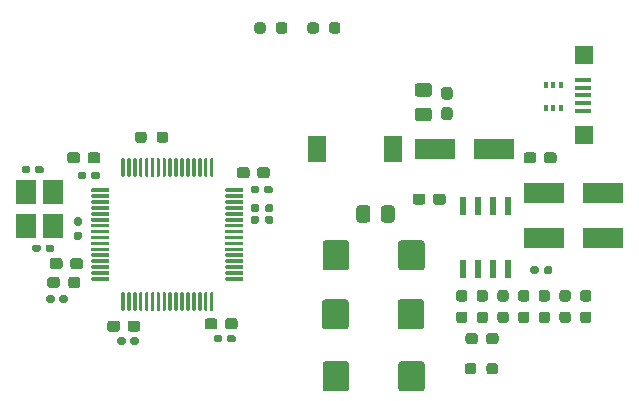
<source format=gbr>
%TF.GenerationSoftware,KiCad,Pcbnew,(5.1.7)-1*%
%TF.CreationDate,2020-11-01T11:20:17+05:30*%
%TF.ProjectId,stm 32 trial board5,73746d20-3332-4207-9472-69616c20626f,rev?*%
%TF.SameCoordinates,Original*%
%TF.FileFunction,Paste,Top*%
%TF.FilePolarity,Positive*%
%FSLAX46Y46*%
G04 Gerber Fmt 4.6, Leading zero omitted, Abs format (unit mm)*
G04 Created by KiCad (PCBNEW (5.1.7)-1) date 2020-11-01 11:20:17*
%MOMM*%
%LPD*%
G01*
G04 APERTURE LIST*
%ADD10R,3.500000X1.800000*%
%ADD11R,1.500000X2.200000*%
%ADD12R,0.400000X0.500000*%
%ADD13R,1.800000X2.100000*%
%ADD14R,0.610000X1.600000*%
%ADD15R,1.600000X1.500000*%
%ADD16R,1.350000X0.400000*%
G04 APERTURE END LIST*
%TO.C,C1*%
G36*
G01*
X85075000Y-88987500D02*
X85075000Y-88512500D01*
G75*
G02*
X85312500Y-88275000I237500J0D01*
G01*
X85912500Y-88275000D01*
G75*
G02*
X86150000Y-88512500I0J-237500D01*
G01*
X86150000Y-88987500D01*
G75*
G02*
X85912500Y-89225000I-237500J0D01*
G01*
X85312500Y-89225000D01*
G75*
G02*
X85075000Y-88987500I0J237500D01*
G01*
G37*
G36*
G01*
X83350000Y-88987500D02*
X83350000Y-88512500D01*
G75*
G02*
X83587500Y-88275000I237500J0D01*
G01*
X84187500Y-88275000D01*
G75*
G02*
X84425000Y-88512500I0J-237500D01*
G01*
X84425000Y-88987500D01*
G75*
G02*
X84187500Y-89225000I-237500J0D01*
G01*
X83587500Y-89225000D01*
G75*
G02*
X83350000Y-88987500I0J237500D01*
G01*
G37*
%TD*%
%TO.C,C2*%
G36*
G01*
X86487500Y-82037500D02*
X86012500Y-82037500D01*
G75*
G02*
X85775000Y-81800000I0J237500D01*
G01*
X85775000Y-81200000D01*
G75*
G02*
X86012500Y-80962500I237500J0D01*
G01*
X86487500Y-80962500D01*
G75*
G02*
X86725000Y-81200000I0J-237500D01*
G01*
X86725000Y-81800000D01*
G75*
G02*
X86487500Y-82037500I-237500J0D01*
G01*
G37*
G36*
G01*
X86487500Y-80312500D02*
X86012500Y-80312500D01*
G75*
G02*
X85775000Y-80075000I0J237500D01*
G01*
X85775000Y-79475000D01*
G75*
G02*
X86012500Y-79237500I237500J0D01*
G01*
X86487500Y-79237500D01*
G75*
G02*
X86725000Y-79475000I0J-237500D01*
G01*
X86725000Y-80075000D01*
G75*
G02*
X86487500Y-80312500I-237500J0D01*
G01*
G37*
%TD*%
%TO.C,C3*%
G36*
G01*
X84725000Y-80087500D02*
X83775000Y-80087500D01*
G75*
G02*
X83525000Y-79837500I0J250000D01*
G01*
X83525000Y-79162500D01*
G75*
G02*
X83775000Y-78912500I250000J0D01*
G01*
X84725000Y-78912500D01*
G75*
G02*
X84975000Y-79162500I0J-250000D01*
G01*
X84975000Y-79837500D01*
G75*
G02*
X84725000Y-80087500I-250000J0D01*
G01*
G37*
G36*
G01*
X84725000Y-82162500D02*
X83775000Y-82162500D01*
G75*
G02*
X83525000Y-81912500I0J250000D01*
G01*
X83525000Y-81237500D01*
G75*
G02*
X83775000Y-80987500I250000J0D01*
G01*
X84725000Y-80987500D01*
G75*
G02*
X84975000Y-81237500I0J-250000D01*
G01*
X84975000Y-81912500D01*
G75*
G02*
X84725000Y-82162500I-250000J0D01*
G01*
G37*
%TD*%
%TO.C,C4*%
G36*
G01*
X95185000Y-94595000D02*
X95185000Y-94905000D01*
G75*
G02*
X95030000Y-95060000I-155000J0D01*
G01*
X94605000Y-95060000D01*
G75*
G02*
X94450000Y-94905000I0J155000D01*
G01*
X94450000Y-94595000D01*
G75*
G02*
X94605000Y-94440000I155000J0D01*
G01*
X95030000Y-94440000D01*
G75*
G02*
X95185000Y-94595000I0J-155000D01*
G01*
G37*
G36*
G01*
X94050000Y-94595000D02*
X94050000Y-94905000D01*
G75*
G02*
X93895000Y-95060000I-155000J0D01*
G01*
X93470000Y-95060000D01*
G75*
G02*
X93315000Y-94905000I0J155000D01*
G01*
X93315000Y-94595000D01*
G75*
G02*
X93470000Y-94440000I155000J0D01*
G01*
X93895000Y-94440000D01*
G75*
G02*
X94050000Y-94595000I0J-155000D01*
G01*
G37*
%TD*%
%TO.C,C5*%
G36*
G01*
X84375000Y-92474999D02*
X84375000Y-94525001D01*
G75*
G02*
X84125001Y-94775000I-249999J0D01*
G01*
X82374999Y-94775000D01*
G75*
G02*
X82125000Y-94525001I0J249999D01*
G01*
X82125000Y-92474999D01*
G75*
G02*
X82374999Y-92225000I249999J0D01*
G01*
X84125001Y-92225000D01*
G75*
G02*
X84375000Y-92474999I0J-249999D01*
G01*
G37*
G36*
G01*
X77975000Y-92474999D02*
X77975000Y-94525001D01*
G75*
G02*
X77725001Y-94775000I-249999J0D01*
G01*
X75974999Y-94775000D01*
G75*
G02*
X75725000Y-94525001I0J249999D01*
G01*
X75725000Y-92474999D01*
G75*
G02*
X75974999Y-92225000I249999J0D01*
G01*
X77725001Y-92225000D01*
G75*
G02*
X77975000Y-92474999I0J-249999D01*
G01*
G37*
%TD*%
%TO.C,C6*%
G36*
G01*
X77925000Y-97474999D02*
X77925000Y-99525001D01*
G75*
G02*
X77675001Y-99775000I-249999J0D01*
G01*
X75924999Y-99775000D01*
G75*
G02*
X75675000Y-99525001I0J249999D01*
G01*
X75675000Y-97474999D01*
G75*
G02*
X75924999Y-97225000I249999J0D01*
G01*
X77675001Y-97225000D01*
G75*
G02*
X77925000Y-97474999I0J-249999D01*
G01*
G37*
G36*
G01*
X84325000Y-97474999D02*
X84325000Y-99525001D01*
G75*
G02*
X84075001Y-99775000I-249999J0D01*
G01*
X82324999Y-99775000D01*
G75*
G02*
X82075000Y-99525001I0J249999D01*
G01*
X82075000Y-97474999D01*
G75*
G02*
X82324999Y-97225000I249999J0D01*
G01*
X84075001Y-97225000D01*
G75*
G02*
X84325000Y-97474999I0J-249999D01*
G01*
G37*
%TD*%
%TO.C,C7*%
G36*
G01*
X84375000Y-102724999D02*
X84375000Y-104775001D01*
G75*
G02*
X84125001Y-105025000I-249999J0D01*
G01*
X82374999Y-105025000D01*
G75*
G02*
X82125000Y-104775001I0J249999D01*
G01*
X82125000Y-102724999D01*
G75*
G02*
X82374999Y-102475000I249999J0D01*
G01*
X84125001Y-102475000D01*
G75*
G02*
X84375000Y-102724999I0J-249999D01*
G01*
G37*
G36*
G01*
X77975000Y-102724999D02*
X77975000Y-104775001D01*
G75*
G02*
X77725001Y-105025000I-249999J0D01*
G01*
X75974999Y-105025000D01*
G75*
G02*
X75725000Y-104775001I0J249999D01*
G01*
X75725000Y-102724999D01*
G75*
G02*
X75974999Y-102475000I249999J0D01*
G01*
X77725001Y-102475000D01*
G75*
G02*
X77975000Y-102724999I0J-249999D01*
G01*
G37*
%TD*%
%TO.C,C8*%
G36*
G01*
X81837500Y-89525000D02*
X81837500Y-90475000D01*
G75*
G02*
X81587500Y-90725000I-250000J0D01*
G01*
X80912500Y-90725000D01*
G75*
G02*
X80662500Y-90475000I0J250000D01*
G01*
X80662500Y-89525000D01*
G75*
G02*
X80912500Y-89275000I250000J0D01*
G01*
X81587500Y-89275000D01*
G75*
G02*
X81837500Y-89525000I0J-250000D01*
G01*
G37*
G36*
G01*
X79762500Y-89525000D02*
X79762500Y-90475000D01*
G75*
G02*
X79512500Y-90725000I-250000J0D01*
G01*
X78837500Y-90725000D01*
G75*
G02*
X78587500Y-90475000I0J250000D01*
G01*
X78587500Y-89525000D01*
G75*
G02*
X78837500Y-89275000I250000J0D01*
G01*
X79512500Y-89275000D01*
G75*
G02*
X79762500Y-89525000I0J-250000D01*
G01*
G37*
%TD*%
%TO.C,C9*%
G36*
G01*
X92737500Y-85487500D02*
X92737500Y-85012500D01*
G75*
G02*
X92975000Y-84775000I237500J0D01*
G01*
X93575000Y-84775000D01*
G75*
G02*
X93812500Y-85012500I0J-237500D01*
G01*
X93812500Y-85487500D01*
G75*
G02*
X93575000Y-85725000I-237500J0D01*
G01*
X92975000Y-85725000D01*
G75*
G02*
X92737500Y-85487500I0J237500D01*
G01*
G37*
G36*
G01*
X94462500Y-85487500D02*
X94462500Y-85012500D01*
G75*
G02*
X94700000Y-84775000I237500J0D01*
G01*
X95300000Y-84775000D01*
G75*
G02*
X95537500Y-85012500I0J-237500D01*
G01*
X95537500Y-85487500D01*
G75*
G02*
X95300000Y-85725000I-237500J0D01*
G01*
X94700000Y-85725000D01*
G75*
G02*
X94462500Y-85487500I0J237500D01*
G01*
G37*
%TD*%
%TO.C,C10*%
G36*
G01*
X68537500Y-99062500D02*
X68537500Y-99537500D01*
G75*
G02*
X68300000Y-99775000I-237500J0D01*
G01*
X67700000Y-99775000D01*
G75*
G02*
X67462500Y-99537500I0J237500D01*
G01*
X67462500Y-99062500D01*
G75*
G02*
X67700000Y-98825000I237500J0D01*
G01*
X68300000Y-98825000D01*
G75*
G02*
X68537500Y-99062500I0J-237500D01*
G01*
G37*
G36*
G01*
X66812500Y-99062500D02*
X66812500Y-99537500D01*
G75*
G02*
X66575000Y-99775000I-237500J0D01*
G01*
X65975000Y-99775000D01*
G75*
G02*
X65737500Y-99537500I0J237500D01*
G01*
X65737500Y-99062500D01*
G75*
G02*
X65975000Y-98825000I237500J0D01*
G01*
X66575000Y-98825000D01*
G75*
G02*
X66812500Y-99062500I0J-237500D01*
G01*
G37*
%TD*%
%TO.C,C11*%
G36*
G01*
X68367500Y-100395000D02*
X68367500Y-100705000D01*
G75*
G02*
X68212500Y-100860000I-155000J0D01*
G01*
X67787500Y-100860000D01*
G75*
G02*
X67632500Y-100705000I0J155000D01*
G01*
X67632500Y-100395000D01*
G75*
G02*
X67787500Y-100240000I155000J0D01*
G01*
X68212500Y-100240000D01*
G75*
G02*
X68367500Y-100395000I0J-155000D01*
G01*
G37*
G36*
G01*
X67232500Y-100395000D02*
X67232500Y-100705000D01*
G75*
G02*
X67077500Y-100860000I-155000J0D01*
G01*
X66652500Y-100860000D01*
G75*
G02*
X66497500Y-100705000I0J155000D01*
G01*
X66497500Y-100395000D01*
G75*
G02*
X66652500Y-100240000I155000J0D01*
G01*
X67077500Y-100240000D01*
G75*
G02*
X67232500Y-100395000I0J-155000D01*
G01*
G37*
%TD*%
%TO.C,C12*%
G36*
G01*
X55175000Y-85012500D02*
X55175000Y-85487500D01*
G75*
G02*
X54937500Y-85725000I-237500J0D01*
G01*
X54337500Y-85725000D01*
G75*
G02*
X54100000Y-85487500I0J237500D01*
G01*
X54100000Y-85012500D01*
G75*
G02*
X54337500Y-84775000I237500J0D01*
G01*
X54937500Y-84775000D01*
G75*
G02*
X55175000Y-85012500I0J-237500D01*
G01*
G37*
G36*
G01*
X56900000Y-85012500D02*
X56900000Y-85487500D01*
G75*
G02*
X56662500Y-85725000I-237500J0D01*
G01*
X56062500Y-85725000D01*
G75*
G02*
X55825000Y-85487500I0J237500D01*
G01*
X55825000Y-85012500D01*
G75*
G02*
X56062500Y-84775000I237500J0D01*
G01*
X56662500Y-84775000D01*
G75*
G02*
X56900000Y-85012500I0J-237500D01*
G01*
G37*
%TD*%
%TO.C,C13*%
G36*
G01*
X56867500Y-86595000D02*
X56867500Y-86905000D01*
G75*
G02*
X56712500Y-87060000I-155000J0D01*
G01*
X56287500Y-87060000D01*
G75*
G02*
X56132500Y-86905000I0J155000D01*
G01*
X56132500Y-86595000D01*
G75*
G02*
X56287500Y-86440000I155000J0D01*
G01*
X56712500Y-86440000D01*
G75*
G02*
X56867500Y-86595000I0J-155000D01*
G01*
G37*
G36*
G01*
X55732500Y-86595000D02*
X55732500Y-86905000D01*
G75*
G02*
X55577500Y-87060000I-155000J0D01*
G01*
X55152500Y-87060000D01*
G75*
G02*
X54997500Y-86905000I0J155000D01*
G01*
X54997500Y-86595000D01*
G75*
G02*
X55152500Y-86440000I155000J0D01*
G01*
X55577500Y-86440000D01*
G75*
G02*
X55732500Y-86595000I0J-155000D01*
G01*
G37*
%TD*%
%TO.C,C14*%
G36*
G01*
X60287500Y-99262500D02*
X60287500Y-99737500D01*
G75*
G02*
X60050000Y-99975000I-237500J0D01*
G01*
X59450000Y-99975000D01*
G75*
G02*
X59212500Y-99737500I0J237500D01*
G01*
X59212500Y-99262500D01*
G75*
G02*
X59450000Y-99025000I237500J0D01*
G01*
X60050000Y-99025000D01*
G75*
G02*
X60287500Y-99262500I0J-237500D01*
G01*
G37*
G36*
G01*
X58562500Y-99262500D02*
X58562500Y-99737500D01*
G75*
G02*
X58325000Y-99975000I-237500J0D01*
G01*
X57725000Y-99975000D01*
G75*
G02*
X57487500Y-99737500I0J237500D01*
G01*
X57487500Y-99262500D01*
G75*
G02*
X57725000Y-99025000I237500J0D01*
G01*
X58325000Y-99025000D01*
G75*
G02*
X58562500Y-99262500I0J-237500D01*
G01*
G37*
%TD*%
%TO.C,C15*%
G36*
G01*
X60185000Y-100595000D02*
X60185000Y-100905000D01*
G75*
G02*
X60030000Y-101060000I-155000J0D01*
G01*
X59605000Y-101060000D01*
G75*
G02*
X59450000Y-100905000I0J155000D01*
G01*
X59450000Y-100595000D01*
G75*
G02*
X59605000Y-100440000I155000J0D01*
G01*
X60030000Y-100440000D01*
G75*
G02*
X60185000Y-100595000I0J-155000D01*
G01*
G37*
G36*
G01*
X59050000Y-100595000D02*
X59050000Y-100905000D01*
G75*
G02*
X58895000Y-101060000I-155000J0D01*
G01*
X58470000Y-101060000D01*
G75*
G02*
X58315000Y-100905000I0J155000D01*
G01*
X58315000Y-100595000D01*
G75*
G02*
X58470000Y-100440000I155000J0D01*
G01*
X58895000Y-100440000D01*
G75*
G02*
X59050000Y-100595000I0J-155000D01*
G01*
G37*
%TD*%
%TO.C,C16*%
G36*
G01*
X70187500Y-86737500D02*
X70187500Y-86262500D01*
G75*
G02*
X70425000Y-86025000I237500J0D01*
G01*
X71025000Y-86025000D01*
G75*
G02*
X71262500Y-86262500I0J-237500D01*
G01*
X71262500Y-86737500D01*
G75*
G02*
X71025000Y-86975000I-237500J0D01*
G01*
X70425000Y-86975000D01*
G75*
G02*
X70187500Y-86737500I0J237500D01*
G01*
G37*
G36*
G01*
X68462500Y-86737500D02*
X68462500Y-86262500D01*
G75*
G02*
X68700000Y-86025000I237500J0D01*
G01*
X69300000Y-86025000D01*
G75*
G02*
X69537500Y-86262500I0J-237500D01*
G01*
X69537500Y-86737500D01*
G75*
G02*
X69300000Y-86975000I-237500J0D01*
G01*
X68700000Y-86975000D01*
G75*
G02*
X68462500Y-86737500I0J237500D01*
G01*
G37*
%TD*%
%TO.C,C17*%
G36*
G01*
X70767500Y-88105000D02*
X70767500Y-87795000D01*
G75*
G02*
X70922500Y-87640000I155000J0D01*
G01*
X71347500Y-87640000D01*
G75*
G02*
X71502500Y-87795000I0J-155000D01*
G01*
X71502500Y-88105000D01*
G75*
G02*
X71347500Y-88260000I-155000J0D01*
G01*
X70922500Y-88260000D01*
G75*
G02*
X70767500Y-88105000I0J155000D01*
G01*
G37*
G36*
G01*
X69632500Y-88105000D02*
X69632500Y-87795000D01*
G75*
G02*
X69787500Y-87640000I155000J0D01*
G01*
X70212500Y-87640000D01*
G75*
G02*
X70367500Y-87795000I0J-155000D01*
G01*
X70367500Y-88105000D01*
G75*
G02*
X70212500Y-88260000I-155000J0D01*
G01*
X69787500Y-88260000D01*
G75*
G02*
X69632500Y-88105000I0J155000D01*
G01*
G37*
%TD*%
%TO.C,C18*%
G36*
G01*
X53712500Y-93962500D02*
X53712500Y-94437500D01*
G75*
G02*
X53475000Y-94675000I-237500J0D01*
G01*
X52875000Y-94675000D01*
G75*
G02*
X52637500Y-94437500I0J237500D01*
G01*
X52637500Y-93962500D01*
G75*
G02*
X52875000Y-93725000I237500J0D01*
G01*
X53475000Y-93725000D01*
G75*
G02*
X53712500Y-93962500I0J-237500D01*
G01*
G37*
G36*
G01*
X55437500Y-93962500D02*
X55437500Y-94437500D01*
G75*
G02*
X55200000Y-94675000I-237500J0D01*
G01*
X54600000Y-94675000D01*
G75*
G02*
X54362500Y-94437500I0J237500D01*
G01*
X54362500Y-93962500D01*
G75*
G02*
X54600000Y-93725000I237500J0D01*
G01*
X55200000Y-93725000D01*
G75*
G02*
X55437500Y-93962500I0J-237500D01*
G01*
G37*
%TD*%
%TO.C,C19*%
G36*
G01*
X53032500Y-97045000D02*
X53032500Y-97355000D01*
G75*
G02*
X52877500Y-97510000I-155000J0D01*
G01*
X52452500Y-97510000D01*
G75*
G02*
X52297500Y-97355000I0J155000D01*
G01*
X52297500Y-97045000D01*
G75*
G02*
X52452500Y-96890000I155000J0D01*
G01*
X52877500Y-96890000D01*
G75*
G02*
X53032500Y-97045000I0J-155000D01*
G01*
G37*
G36*
G01*
X54167500Y-97045000D02*
X54167500Y-97355000D01*
G75*
G02*
X54012500Y-97510000I-155000J0D01*
G01*
X53587500Y-97510000D01*
G75*
G02*
X53432500Y-97355000I0J155000D01*
G01*
X53432500Y-97045000D01*
G75*
G02*
X53587500Y-96890000I155000J0D01*
G01*
X54012500Y-96890000D01*
G75*
G02*
X54167500Y-97045000I0J-155000D01*
G01*
G37*
%TD*%
%TO.C,C20*%
G36*
G01*
X51382500Y-86405000D02*
X51382500Y-86095000D01*
G75*
G02*
X51537500Y-85940000I155000J0D01*
G01*
X51962500Y-85940000D01*
G75*
G02*
X52117500Y-86095000I0J-155000D01*
G01*
X52117500Y-86405000D01*
G75*
G02*
X51962500Y-86560000I-155000J0D01*
G01*
X51537500Y-86560000D01*
G75*
G02*
X51382500Y-86405000I0J155000D01*
G01*
G37*
G36*
G01*
X50247500Y-86405000D02*
X50247500Y-86095000D01*
G75*
G02*
X50402500Y-85940000I155000J0D01*
G01*
X50827500Y-85940000D01*
G75*
G02*
X50982500Y-86095000I0J-155000D01*
G01*
X50982500Y-86405000D01*
G75*
G02*
X50827500Y-86560000I-155000J0D01*
G01*
X50402500Y-86560000D01*
G75*
G02*
X50247500Y-86405000I0J155000D01*
G01*
G37*
%TD*%
%TO.C,C21*%
G36*
G01*
X51867500Y-92745000D02*
X51867500Y-93055000D01*
G75*
G02*
X51712500Y-93210000I-155000J0D01*
G01*
X51287500Y-93210000D01*
G75*
G02*
X51132500Y-93055000I0J155000D01*
G01*
X51132500Y-92745000D01*
G75*
G02*
X51287500Y-92590000I155000J0D01*
G01*
X51712500Y-92590000D01*
G75*
G02*
X51867500Y-92745000I0J-155000D01*
G01*
G37*
G36*
G01*
X53002500Y-92745000D02*
X53002500Y-93055000D01*
G75*
G02*
X52847500Y-93210000I-155000J0D01*
G01*
X52422500Y-93210000D01*
G75*
G02*
X52267500Y-93055000I0J155000D01*
G01*
X52267500Y-92745000D01*
G75*
G02*
X52422500Y-92590000I155000J0D01*
G01*
X52847500Y-92590000D01*
G75*
G02*
X53002500Y-92745000I0J-155000D01*
G01*
G37*
%TD*%
D10*
%TO.C,D1*%
X99500000Y-88250000D03*
X94500000Y-88250000D03*
%TD*%
%TO.C,D2*%
X85250000Y-84500000D03*
X90250000Y-84500000D03*
%TD*%
%TO.C,D3*%
X94500000Y-92000000D03*
X99500000Y-92000000D03*
%TD*%
D11*
%TO.C,L1*%
X81650000Y-84500000D03*
X75250000Y-84500000D03*
%TD*%
%TO.C,L2*%
G36*
G01*
X52425000Y-96037500D02*
X52425000Y-95562500D01*
G75*
G02*
X52662500Y-95325000I237500J0D01*
G01*
X53237500Y-95325000D01*
G75*
G02*
X53475000Y-95562500I0J-237500D01*
G01*
X53475000Y-96037500D01*
G75*
G02*
X53237500Y-96275000I-237500J0D01*
G01*
X52662500Y-96275000D01*
G75*
G02*
X52425000Y-96037500I0J237500D01*
G01*
G37*
G36*
G01*
X54175000Y-96037500D02*
X54175000Y-95562500D01*
G75*
G02*
X54412500Y-95325000I237500J0D01*
G01*
X54987500Y-95325000D01*
G75*
G02*
X55225000Y-95562500I0J-237500D01*
G01*
X55225000Y-96037500D01*
G75*
G02*
X54987500Y-96275000I-237500J0D01*
G01*
X54412500Y-96275000D01*
G75*
G02*
X54175000Y-96037500I0J237500D01*
G01*
G37*
%TD*%
%TO.C,R1*%
G36*
G01*
X87262500Y-98262500D02*
X87737500Y-98262500D01*
G75*
G02*
X87975000Y-98500000I0J-237500D01*
G01*
X87975000Y-99000000D01*
G75*
G02*
X87737500Y-99237500I-237500J0D01*
G01*
X87262500Y-99237500D01*
G75*
G02*
X87025000Y-99000000I0J237500D01*
G01*
X87025000Y-98500000D01*
G75*
G02*
X87262500Y-98262500I237500J0D01*
G01*
G37*
G36*
G01*
X87262500Y-96437500D02*
X87737500Y-96437500D01*
G75*
G02*
X87975000Y-96675000I0J-237500D01*
G01*
X87975000Y-97175000D01*
G75*
G02*
X87737500Y-97412500I-237500J0D01*
G01*
X87262500Y-97412500D01*
G75*
G02*
X87025000Y-97175000I0J237500D01*
G01*
X87025000Y-96675000D01*
G75*
G02*
X87262500Y-96437500I237500J0D01*
G01*
G37*
%TD*%
%TO.C,R2*%
G36*
G01*
X98237500Y-99237500D02*
X97762500Y-99237500D01*
G75*
G02*
X97525000Y-99000000I0J237500D01*
G01*
X97525000Y-98500000D01*
G75*
G02*
X97762500Y-98262500I237500J0D01*
G01*
X98237500Y-98262500D01*
G75*
G02*
X98475000Y-98500000I0J-237500D01*
G01*
X98475000Y-99000000D01*
G75*
G02*
X98237500Y-99237500I-237500J0D01*
G01*
G37*
G36*
G01*
X98237500Y-97412500D02*
X97762500Y-97412500D01*
G75*
G02*
X97525000Y-97175000I0J237500D01*
G01*
X97525000Y-96675000D01*
G75*
G02*
X97762500Y-96437500I237500J0D01*
G01*
X98237500Y-96437500D01*
G75*
G02*
X98475000Y-96675000I0J-237500D01*
G01*
X98475000Y-97175000D01*
G75*
G02*
X98237500Y-97412500I-237500J0D01*
G01*
G37*
%TD*%
%TO.C,R3*%
G36*
G01*
X96487500Y-97412500D02*
X96012500Y-97412500D01*
G75*
G02*
X95775000Y-97175000I0J237500D01*
G01*
X95775000Y-96675000D01*
G75*
G02*
X96012500Y-96437500I237500J0D01*
G01*
X96487500Y-96437500D01*
G75*
G02*
X96725000Y-96675000I0J-237500D01*
G01*
X96725000Y-97175000D01*
G75*
G02*
X96487500Y-97412500I-237500J0D01*
G01*
G37*
G36*
G01*
X96487500Y-99237500D02*
X96012500Y-99237500D01*
G75*
G02*
X95775000Y-99000000I0J237500D01*
G01*
X95775000Y-98500000D01*
G75*
G02*
X96012500Y-98262500I237500J0D01*
G01*
X96487500Y-98262500D01*
G75*
G02*
X96725000Y-98500000I0J-237500D01*
G01*
X96725000Y-99000000D01*
G75*
G02*
X96487500Y-99237500I-237500J0D01*
G01*
G37*
%TD*%
%TO.C,R4*%
G36*
G01*
X94737500Y-97412500D02*
X94262500Y-97412500D01*
G75*
G02*
X94025000Y-97175000I0J237500D01*
G01*
X94025000Y-96675000D01*
G75*
G02*
X94262500Y-96437500I237500J0D01*
G01*
X94737500Y-96437500D01*
G75*
G02*
X94975000Y-96675000I0J-237500D01*
G01*
X94975000Y-97175000D01*
G75*
G02*
X94737500Y-97412500I-237500J0D01*
G01*
G37*
G36*
G01*
X94737500Y-99237500D02*
X94262500Y-99237500D01*
G75*
G02*
X94025000Y-99000000I0J237500D01*
G01*
X94025000Y-98500000D01*
G75*
G02*
X94262500Y-98262500I237500J0D01*
G01*
X94737500Y-98262500D01*
G75*
G02*
X94975000Y-98500000I0J-237500D01*
G01*
X94975000Y-99000000D01*
G75*
G02*
X94737500Y-99237500I-237500J0D01*
G01*
G37*
%TD*%
%TO.C,R5*%
G36*
G01*
X92987500Y-99237500D02*
X92512500Y-99237500D01*
G75*
G02*
X92275000Y-99000000I0J237500D01*
G01*
X92275000Y-98500000D01*
G75*
G02*
X92512500Y-98262500I237500J0D01*
G01*
X92987500Y-98262500D01*
G75*
G02*
X93225000Y-98500000I0J-237500D01*
G01*
X93225000Y-99000000D01*
G75*
G02*
X92987500Y-99237500I-237500J0D01*
G01*
G37*
G36*
G01*
X92987500Y-97412500D02*
X92512500Y-97412500D01*
G75*
G02*
X92275000Y-97175000I0J237500D01*
G01*
X92275000Y-96675000D01*
G75*
G02*
X92512500Y-96437500I237500J0D01*
G01*
X92987500Y-96437500D01*
G75*
G02*
X93225000Y-96675000I0J-237500D01*
G01*
X93225000Y-97175000D01*
G75*
G02*
X92987500Y-97412500I-237500J0D01*
G01*
G37*
%TD*%
%TO.C,R6*%
G36*
G01*
X91237500Y-97412500D02*
X90762500Y-97412500D01*
G75*
G02*
X90525000Y-97175000I0J237500D01*
G01*
X90525000Y-96675000D01*
G75*
G02*
X90762500Y-96437500I237500J0D01*
G01*
X91237500Y-96437500D01*
G75*
G02*
X91475000Y-96675000I0J-237500D01*
G01*
X91475000Y-97175000D01*
G75*
G02*
X91237500Y-97412500I-237500J0D01*
G01*
G37*
G36*
G01*
X91237500Y-99237500D02*
X90762500Y-99237500D01*
G75*
G02*
X90525000Y-99000000I0J237500D01*
G01*
X90525000Y-98500000D01*
G75*
G02*
X90762500Y-98262500I237500J0D01*
G01*
X91237500Y-98262500D01*
G75*
G02*
X91475000Y-98500000I0J-237500D01*
G01*
X91475000Y-99000000D01*
G75*
G02*
X91237500Y-99237500I-237500J0D01*
G01*
G37*
%TD*%
%TO.C,R7*%
G36*
G01*
X89487500Y-99237500D02*
X89012500Y-99237500D01*
G75*
G02*
X88775000Y-99000000I0J237500D01*
G01*
X88775000Y-98500000D01*
G75*
G02*
X89012500Y-98262500I237500J0D01*
G01*
X89487500Y-98262500D01*
G75*
G02*
X89725000Y-98500000I0J-237500D01*
G01*
X89725000Y-99000000D01*
G75*
G02*
X89487500Y-99237500I-237500J0D01*
G01*
G37*
G36*
G01*
X89487500Y-97412500D02*
X89012500Y-97412500D01*
G75*
G02*
X88775000Y-97175000I0J237500D01*
G01*
X88775000Y-96675000D01*
G75*
G02*
X89012500Y-96437500I237500J0D01*
G01*
X89487500Y-96437500D01*
G75*
G02*
X89725000Y-96675000I0J-237500D01*
G01*
X89725000Y-97175000D01*
G75*
G02*
X89487500Y-97412500I-237500J0D01*
G01*
G37*
%TD*%
%TO.C,R8*%
G36*
G01*
X70837500Y-90660000D02*
X70837500Y-90340000D01*
G75*
G02*
X70997500Y-90180000I160000J0D01*
G01*
X71392500Y-90180000D01*
G75*
G02*
X71552500Y-90340000I0J-160000D01*
G01*
X71552500Y-90660000D01*
G75*
G02*
X71392500Y-90820000I-160000J0D01*
G01*
X70997500Y-90820000D01*
G75*
G02*
X70837500Y-90660000I0J160000D01*
G01*
G37*
G36*
G01*
X69642500Y-90660000D02*
X69642500Y-90340000D01*
G75*
G02*
X69802500Y-90180000I160000J0D01*
G01*
X70197500Y-90180000D01*
G75*
G02*
X70357500Y-90340000I0J-160000D01*
G01*
X70357500Y-90660000D01*
G75*
G02*
X70197500Y-90820000I-160000J0D01*
G01*
X69802500Y-90820000D01*
G75*
G02*
X69642500Y-90660000I0J160000D01*
G01*
G37*
%TD*%
%TO.C,R9*%
G36*
G01*
X69642500Y-89660000D02*
X69642500Y-89340000D01*
G75*
G02*
X69802500Y-89180000I160000J0D01*
G01*
X70197500Y-89180000D01*
G75*
G02*
X70357500Y-89340000I0J-160000D01*
G01*
X70357500Y-89660000D01*
G75*
G02*
X70197500Y-89820000I-160000J0D01*
G01*
X69802500Y-89820000D01*
G75*
G02*
X69642500Y-89660000I0J160000D01*
G01*
G37*
G36*
G01*
X70837500Y-89660000D02*
X70837500Y-89340000D01*
G75*
G02*
X70997500Y-89180000I160000J0D01*
G01*
X71392500Y-89180000D01*
G75*
G02*
X71552500Y-89340000I0J-160000D01*
G01*
X71552500Y-89660000D01*
G75*
G02*
X71392500Y-89820000I-160000J0D01*
G01*
X70997500Y-89820000D01*
G75*
G02*
X70837500Y-89660000I0J160000D01*
G01*
G37*
%TD*%
%TO.C,R10*%
G36*
G01*
X54840000Y-90295000D02*
X55160000Y-90295000D01*
G75*
G02*
X55320000Y-90455000I0J-160000D01*
G01*
X55320000Y-90850000D01*
G75*
G02*
X55160000Y-91010000I-160000J0D01*
G01*
X54840000Y-91010000D01*
G75*
G02*
X54680000Y-90850000I0J160000D01*
G01*
X54680000Y-90455000D01*
G75*
G02*
X54840000Y-90295000I160000J0D01*
G01*
G37*
G36*
G01*
X54840000Y-91490000D02*
X55160000Y-91490000D01*
G75*
G02*
X55320000Y-91650000I0J-160000D01*
G01*
X55320000Y-92045000D01*
G75*
G02*
X55160000Y-92205000I-160000J0D01*
G01*
X54840000Y-92205000D01*
G75*
G02*
X54680000Y-92045000I0J160000D01*
G01*
X54680000Y-91650000D01*
G75*
G02*
X54840000Y-91490000I160000J0D01*
G01*
G37*
%TD*%
%TO.C,R11*%
G36*
G01*
X75412500Y-74012500D02*
X75412500Y-74487500D01*
G75*
G02*
X75175000Y-74725000I-237500J0D01*
G01*
X74675000Y-74725000D01*
G75*
G02*
X74437500Y-74487500I0J237500D01*
G01*
X74437500Y-74012500D01*
G75*
G02*
X74675000Y-73775000I237500J0D01*
G01*
X75175000Y-73775000D01*
G75*
G02*
X75412500Y-74012500I0J-237500D01*
G01*
G37*
G36*
G01*
X77237500Y-74012500D02*
X77237500Y-74487500D01*
G75*
G02*
X77000000Y-74725000I-237500J0D01*
G01*
X76500000Y-74725000D01*
G75*
G02*
X76262500Y-74487500I0J237500D01*
G01*
X76262500Y-74012500D01*
G75*
G02*
X76500000Y-73775000I237500J0D01*
G01*
X77000000Y-73775000D01*
G75*
G02*
X77237500Y-74012500I0J-237500D01*
G01*
G37*
%TD*%
%TO.C,R12*%
G36*
G01*
X69937500Y-74487500D02*
X69937500Y-74012500D01*
G75*
G02*
X70175000Y-73775000I237500J0D01*
G01*
X70675000Y-73775000D01*
G75*
G02*
X70912500Y-74012500I0J-237500D01*
G01*
X70912500Y-74487500D01*
G75*
G02*
X70675000Y-74725000I-237500J0D01*
G01*
X70175000Y-74725000D01*
G75*
G02*
X69937500Y-74487500I0J237500D01*
G01*
G37*
G36*
G01*
X71762500Y-74487500D02*
X71762500Y-74012500D01*
G75*
G02*
X72000000Y-73775000I237500J0D01*
G01*
X72500000Y-73775000D01*
G75*
G02*
X72737500Y-74012500I0J-237500D01*
G01*
X72737500Y-74487500D01*
G75*
G02*
X72500000Y-74725000I-237500J0D01*
G01*
X72000000Y-74725000D01*
G75*
G02*
X71762500Y-74487500I0J237500D01*
G01*
G37*
%TD*%
%TO.C,R14*%
G36*
G01*
X59850000Y-83737500D02*
X59850000Y-83262500D01*
G75*
G02*
X60087500Y-83025000I237500J0D01*
G01*
X60587500Y-83025000D01*
G75*
G02*
X60825000Y-83262500I0J-237500D01*
G01*
X60825000Y-83737500D01*
G75*
G02*
X60587500Y-83975000I-237500J0D01*
G01*
X60087500Y-83975000D01*
G75*
G02*
X59850000Y-83737500I0J237500D01*
G01*
G37*
G36*
G01*
X61675000Y-83737500D02*
X61675000Y-83262500D01*
G75*
G02*
X61912500Y-83025000I237500J0D01*
G01*
X62412500Y-83025000D01*
G75*
G02*
X62650000Y-83262500I0J-237500D01*
G01*
X62650000Y-83737500D01*
G75*
G02*
X62412500Y-83975000I-237500J0D01*
G01*
X61912500Y-83975000D01*
G75*
G02*
X61675000Y-83737500I0J237500D01*
G01*
G37*
%TD*%
%TO.C,U2*%
G36*
G01*
X56125000Y-88065000D02*
X56125000Y-87915000D01*
G75*
G02*
X56200000Y-87840000I75000J0D01*
G01*
X57600000Y-87840000D01*
G75*
G02*
X57675000Y-87915000I0J-75000D01*
G01*
X57675000Y-88065000D01*
G75*
G02*
X57600000Y-88140000I-75000J0D01*
G01*
X56200000Y-88140000D01*
G75*
G02*
X56125000Y-88065000I0J75000D01*
G01*
G37*
G36*
G01*
X56125000Y-88565000D02*
X56125000Y-88415000D01*
G75*
G02*
X56200000Y-88340000I75000J0D01*
G01*
X57600000Y-88340000D01*
G75*
G02*
X57675000Y-88415000I0J-75000D01*
G01*
X57675000Y-88565000D01*
G75*
G02*
X57600000Y-88640000I-75000J0D01*
G01*
X56200000Y-88640000D01*
G75*
G02*
X56125000Y-88565000I0J75000D01*
G01*
G37*
G36*
G01*
X56125000Y-89065000D02*
X56125000Y-88915000D01*
G75*
G02*
X56200000Y-88840000I75000J0D01*
G01*
X57600000Y-88840000D01*
G75*
G02*
X57675000Y-88915000I0J-75000D01*
G01*
X57675000Y-89065000D01*
G75*
G02*
X57600000Y-89140000I-75000J0D01*
G01*
X56200000Y-89140000D01*
G75*
G02*
X56125000Y-89065000I0J75000D01*
G01*
G37*
G36*
G01*
X56125000Y-89565000D02*
X56125000Y-89415000D01*
G75*
G02*
X56200000Y-89340000I75000J0D01*
G01*
X57600000Y-89340000D01*
G75*
G02*
X57675000Y-89415000I0J-75000D01*
G01*
X57675000Y-89565000D01*
G75*
G02*
X57600000Y-89640000I-75000J0D01*
G01*
X56200000Y-89640000D01*
G75*
G02*
X56125000Y-89565000I0J75000D01*
G01*
G37*
G36*
G01*
X56125000Y-90065000D02*
X56125000Y-89915000D01*
G75*
G02*
X56200000Y-89840000I75000J0D01*
G01*
X57600000Y-89840000D01*
G75*
G02*
X57675000Y-89915000I0J-75000D01*
G01*
X57675000Y-90065000D01*
G75*
G02*
X57600000Y-90140000I-75000J0D01*
G01*
X56200000Y-90140000D01*
G75*
G02*
X56125000Y-90065000I0J75000D01*
G01*
G37*
G36*
G01*
X56125000Y-90565000D02*
X56125000Y-90415000D01*
G75*
G02*
X56200000Y-90340000I75000J0D01*
G01*
X57600000Y-90340000D01*
G75*
G02*
X57675000Y-90415000I0J-75000D01*
G01*
X57675000Y-90565000D01*
G75*
G02*
X57600000Y-90640000I-75000J0D01*
G01*
X56200000Y-90640000D01*
G75*
G02*
X56125000Y-90565000I0J75000D01*
G01*
G37*
G36*
G01*
X56125000Y-91065000D02*
X56125000Y-90915000D01*
G75*
G02*
X56200000Y-90840000I75000J0D01*
G01*
X57600000Y-90840000D01*
G75*
G02*
X57675000Y-90915000I0J-75000D01*
G01*
X57675000Y-91065000D01*
G75*
G02*
X57600000Y-91140000I-75000J0D01*
G01*
X56200000Y-91140000D01*
G75*
G02*
X56125000Y-91065000I0J75000D01*
G01*
G37*
G36*
G01*
X56125000Y-91565000D02*
X56125000Y-91415000D01*
G75*
G02*
X56200000Y-91340000I75000J0D01*
G01*
X57600000Y-91340000D01*
G75*
G02*
X57675000Y-91415000I0J-75000D01*
G01*
X57675000Y-91565000D01*
G75*
G02*
X57600000Y-91640000I-75000J0D01*
G01*
X56200000Y-91640000D01*
G75*
G02*
X56125000Y-91565000I0J75000D01*
G01*
G37*
G36*
G01*
X56125000Y-92065000D02*
X56125000Y-91915000D01*
G75*
G02*
X56200000Y-91840000I75000J0D01*
G01*
X57600000Y-91840000D01*
G75*
G02*
X57675000Y-91915000I0J-75000D01*
G01*
X57675000Y-92065000D01*
G75*
G02*
X57600000Y-92140000I-75000J0D01*
G01*
X56200000Y-92140000D01*
G75*
G02*
X56125000Y-92065000I0J75000D01*
G01*
G37*
G36*
G01*
X56125000Y-92565000D02*
X56125000Y-92415000D01*
G75*
G02*
X56200000Y-92340000I75000J0D01*
G01*
X57600000Y-92340000D01*
G75*
G02*
X57675000Y-92415000I0J-75000D01*
G01*
X57675000Y-92565000D01*
G75*
G02*
X57600000Y-92640000I-75000J0D01*
G01*
X56200000Y-92640000D01*
G75*
G02*
X56125000Y-92565000I0J75000D01*
G01*
G37*
G36*
G01*
X56125000Y-93065000D02*
X56125000Y-92915000D01*
G75*
G02*
X56200000Y-92840000I75000J0D01*
G01*
X57600000Y-92840000D01*
G75*
G02*
X57675000Y-92915000I0J-75000D01*
G01*
X57675000Y-93065000D01*
G75*
G02*
X57600000Y-93140000I-75000J0D01*
G01*
X56200000Y-93140000D01*
G75*
G02*
X56125000Y-93065000I0J75000D01*
G01*
G37*
G36*
G01*
X56125000Y-93565000D02*
X56125000Y-93415000D01*
G75*
G02*
X56200000Y-93340000I75000J0D01*
G01*
X57600000Y-93340000D01*
G75*
G02*
X57675000Y-93415000I0J-75000D01*
G01*
X57675000Y-93565000D01*
G75*
G02*
X57600000Y-93640000I-75000J0D01*
G01*
X56200000Y-93640000D01*
G75*
G02*
X56125000Y-93565000I0J75000D01*
G01*
G37*
G36*
G01*
X56125000Y-94065000D02*
X56125000Y-93915000D01*
G75*
G02*
X56200000Y-93840000I75000J0D01*
G01*
X57600000Y-93840000D01*
G75*
G02*
X57675000Y-93915000I0J-75000D01*
G01*
X57675000Y-94065000D01*
G75*
G02*
X57600000Y-94140000I-75000J0D01*
G01*
X56200000Y-94140000D01*
G75*
G02*
X56125000Y-94065000I0J75000D01*
G01*
G37*
G36*
G01*
X56125000Y-94565000D02*
X56125000Y-94415000D01*
G75*
G02*
X56200000Y-94340000I75000J0D01*
G01*
X57600000Y-94340000D01*
G75*
G02*
X57675000Y-94415000I0J-75000D01*
G01*
X57675000Y-94565000D01*
G75*
G02*
X57600000Y-94640000I-75000J0D01*
G01*
X56200000Y-94640000D01*
G75*
G02*
X56125000Y-94565000I0J75000D01*
G01*
G37*
G36*
G01*
X56125000Y-95065000D02*
X56125000Y-94915000D01*
G75*
G02*
X56200000Y-94840000I75000J0D01*
G01*
X57600000Y-94840000D01*
G75*
G02*
X57675000Y-94915000I0J-75000D01*
G01*
X57675000Y-95065000D01*
G75*
G02*
X57600000Y-95140000I-75000J0D01*
G01*
X56200000Y-95140000D01*
G75*
G02*
X56125000Y-95065000I0J75000D01*
G01*
G37*
G36*
G01*
X56125000Y-95565000D02*
X56125000Y-95415000D01*
G75*
G02*
X56200000Y-95340000I75000J0D01*
G01*
X57600000Y-95340000D01*
G75*
G02*
X57675000Y-95415000I0J-75000D01*
G01*
X57675000Y-95565000D01*
G75*
G02*
X57600000Y-95640000I-75000J0D01*
G01*
X56200000Y-95640000D01*
G75*
G02*
X56125000Y-95565000I0J75000D01*
G01*
G37*
G36*
G01*
X58675000Y-98115000D02*
X58675000Y-96715000D01*
G75*
G02*
X58750000Y-96640000I75000J0D01*
G01*
X58900000Y-96640000D01*
G75*
G02*
X58975000Y-96715000I0J-75000D01*
G01*
X58975000Y-98115000D01*
G75*
G02*
X58900000Y-98190000I-75000J0D01*
G01*
X58750000Y-98190000D01*
G75*
G02*
X58675000Y-98115000I0J75000D01*
G01*
G37*
G36*
G01*
X59175000Y-98115000D02*
X59175000Y-96715000D01*
G75*
G02*
X59250000Y-96640000I75000J0D01*
G01*
X59400000Y-96640000D01*
G75*
G02*
X59475000Y-96715000I0J-75000D01*
G01*
X59475000Y-98115000D01*
G75*
G02*
X59400000Y-98190000I-75000J0D01*
G01*
X59250000Y-98190000D01*
G75*
G02*
X59175000Y-98115000I0J75000D01*
G01*
G37*
G36*
G01*
X59675000Y-98115000D02*
X59675000Y-96715000D01*
G75*
G02*
X59750000Y-96640000I75000J0D01*
G01*
X59900000Y-96640000D01*
G75*
G02*
X59975000Y-96715000I0J-75000D01*
G01*
X59975000Y-98115000D01*
G75*
G02*
X59900000Y-98190000I-75000J0D01*
G01*
X59750000Y-98190000D01*
G75*
G02*
X59675000Y-98115000I0J75000D01*
G01*
G37*
G36*
G01*
X60175000Y-98115000D02*
X60175000Y-96715000D01*
G75*
G02*
X60250000Y-96640000I75000J0D01*
G01*
X60400000Y-96640000D01*
G75*
G02*
X60475000Y-96715000I0J-75000D01*
G01*
X60475000Y-98115000D01*
G75*
G02*
X60400000Y-98190000I-75000J0D01*
G01*
X60250000Y-98190000D01*
G75*
G02*
X60175000Y-98115000I0J75000D01*
G01*
G37*
G36*
G01*
X60675000Y-98115000D02*
X60675000Y-96715000D01*
G75*
G02*
X60750000Y-96640000I75000J0D01*
G01*
X60900000Y-96640000D01*
G75*
G02*
X60975000Y-96715000I0J-75000D01*
G01*
X60975000Y-98115000D01*
G75*
G02*
X60900000Y-98190000I-75000J0D01*
G01*
X60750000Y-98190000D01*
G75*
G02*
X60675000Y-98115000I0J75000D01*
G01*
G37*
G36*
G01*
X61175000Y-98115000D02*
X61175000Y-96715000D01*
G75*
G02*
X61250000Y-96640000I75000J0D01*
G01*
X61400000Y-96640000D01*
G75*
G02*
X61475000Y-96715000I0J-75000D01*
G01*
X61475000Y-98115000D01*
G75*
G02*
X61400000Y-98190000I-75000J0D01*
G01*
X61250000Y-98190000D01*
G75*
G02*
X61175000Y-98115000I0J75000D01*
G01*
G37*
G36*
G01*
X61675000Y-98115000D02*
X61675000Y-96715000D01*
G75*
G02*
X61750000Y-96640000I75000J0D01*
G01*
X61900000Y-96640000D01*
G75*
G02*
X61975000Y-96715000I0J-75000D01*
G01*
X61975000Y-98115000D01*
G75*
G02*
X61900000Y-98190000I-75000J0D01*
G01*
X61750000Y-98190000D01*
G75*
G02*
X61675000Y-98115000I0J75000D01*
G01*
G37*
G36*
G01*
X62175000Y-98115000D02*
X62175000Y-96715000D01*
G75*
G02*
X62250000Y-96640000I75000J0D01*
G01*
X62400000Y-96640000D01*
G75*
G02*
X62475000Y-96715000I0J-75000D01*
G01*
X62475000Y-98115000D01*
G75*
G02*
X62400000Y-98190000I-75000J0D01*
G01*
X62250000Y-98190000D01*
G75*
G02*
X62175000Y-98115000I0J75000D01*
G01*
G37*
G36*
G01*
X62675000Y-98115000D02*
X62675000Y-96715000D01*
G75*
G02*
X62750000Y-96640000I75000J0D01*
G01*
X62900000Y-96640000D01*
G75*
G02*
X62975000Y-96715000I0J-75000D01*
G01*
X62975000Y-98115000D01*
G75*
G02*
X62900000Y-98190000I-75000J0D01*
G01*
X62750000Y-98190000D01*
G75*
G02*
X62675000Y-98115000I0J75000D01*
G01*
G37*
G36*
G01*
X63175000Y-98115000D02*
X63175000Y-96715000D01*
G75*
G02*
X63250000Y-96640000I75000J0D01*
G01*
X63400000Y-96640000D01*
G75*
G02*
X63475000Y-96715000I0J-75000D01*
G01*
X63475000Y-98115000D01*
G75*
G02*
X63400000Y-98190000I-75000J0D01*
G01*
X63250000Y-98190000D01*
G75*
G02*
X63175000Y-98115000I0J75000D01*
G01*
G37*
G36*
G01*
X63675000Y-98115000D02*
X63675000Y-96715000D01*
G75*
G02*
X63750000Y-96640000I75000J0D01*
G01*
X63900000Y-96640000D01*
G75*
G02*
X63975000Y-96715000I0J-75000D01*
G01*
X63975000Y-98115000D01*
G75*
G02*
X63900000Y-98190000I-75000J0D01*
G01*
X63750000Y-98190000D01*
G75*
G02*
X63675000Y-98115000I0J75000D01*
G01*
G37*
G36*
G01*
X64175000Y-98115000D02*
X64175000Y-96715000D01*
G75*
G02*
X64250000Y-96640000I75000J0D01*
G01*
X64400000Y-96640000D01*
G75*
G02*
X64475000Y-96715000I0J-75000D01*
G01*
X64475000Y-98115000D01*
G75*
G02*
X64400000Y-98190000I-75000J0D01*
G01*
X64250000Y-98190000D01*
G75*
G02*
X64175000Y-98115000I0J75000D01*
G01*
G37*
G36*
G01*
X64675000Y-98115000D02*
X64675000Y-96715000D01*
G75*
G02*
X64750000Y-96640000I75000J0D01*
G01*
X64900000Y-96640000D01*
G75*
G02*
X64975000Y-96715000I0J-75000D01*
G01*
X64975000Y-98115000D01*
G75*
G02*
X64900000Y-98190000I-75000J0D01*
G01*
X64750000Y-98190000D01*
G75*
G02*
X64675000Y-98115000I0J75000D01*
G01*
G37*
G36*
G01*
X65175000Y-98115000D02*
X65175000Y-96715000D01*
G75*
G02*
X65250000Y-96640000I75000J0D01*
G01*
X65400000Y-96640000D01*
G75*
G02*
X65475000Y-96715000I0J-75000D01*
G01*
X65475000Y-98115000D01*
G75*
G02*
X65400000Y-98190000I-75000J0D01*
G01*
X65250000Y-98190000D01*
G75*
G02*
X65175000Y-98115000I0J75000D01*
G01*
G37*
G36*
G01*
X65675000Y-98115000D02*
X65675000Y-96715000D01*
G75*
G02*
X65750000Y-96640000I75000J0D01*
G01*
X65900000Y-96640000D01*
G75*
G02*
X65975000Y-96715000I0J-75000D01*
G01*
X65975000Y-98115000D01*
G75*
G02*
X65900000Y-98190000I-75000J0D01*
G01*
X65750000Y-98190000D01*
G75*
G02*
X65675000Y-98115000I0J75000D01*
G01*
G37*
G36*
G01*
X66175000Y-98115000D02*
X66175000Y-96715000D01*
G75*
G02*
X66250000Y-96640000I75000J0D01*
G01*
X66400000Y-96640000D01*
G75*
G02*
X66475000Y-96715000I0J-75000D01*
G01*
X66475000Y-98115000D01*
G75*
G02*
X66400000Y-98190000I-75000J0D01*
G01*
X66250000Y-98190000D01*
G75*
G02*
X66175000Y-98115000I0J75000D01*
G01*
G37*
G36*
G01*
X67475000Y-95565000D02*
X67475000Y-95415000D01*
G75*
G02*
X67550000Y-95340000I75000J0D01*
G01*
X68950000Y-95340000D01*
G75*
G02*
X69025000Y-95415000I0J-75000D01*
G01*
X69025000Y-95565000D01*
G75*
G02*
X68950000Y-95640000I-75000J0D01*
G01*
X67550000Y-95640000D01*
G75*
G02*
X67475000Y-95565000I0J75000D01*
G01*
G37*
G36*
G01*
X67475000Y-95065000D02*
X67475000Y-94915000D01*
G75*
G02*
X67550000Y-94840000I75000J0D01*
G01*
X68950000Y-94840000D01*
G75*
G02*
X69025000Y-94915000I0J-75000D01*
G01*
X69025000Y-95065000D01*
G75*
G02*
X68950000Y-95140000I-75000J0D01*
G01*
X67550000Y-95140000D01*
G75*
G02*
X67475000Y-95065000I0J75000D01*
G01*
G37*
G36*
G01*
X67475000Y-94565000D02*
X67475000Y-94415000D01*
G75*
G02*
X67550000Y-94340000I75000J0D01*
G01*
X68950000Y-94340000D01*
G75*
G02*
X69025000Y-94415000I0J-75000D01*
G01*
X69025000Y-94565000D01*
G75*
G02*
X68950000Y-94640000I-75000J0D01*
G01*
X67550000Y-94640000D01*
G75*
G02*
X67475000Y-94565000I0J75000D01*
G01*
G37*
G36*
G01*
X67475000Y-94065000D02*
X67475000Y-93915000D01*
G75*
G02*
X67550000Y-93840000I75000J0D01*
G01*
X68950000Y-93840000D01*
G75*
G02*
X69025000Y-93915000I0J-75000D01*
G01*
X69025000Y-94065000D01*
G75*
G02*
X68950000Y-94140000I-75000J0D01*
G01*
X67550000Y-94140000D01*
G75*
G02*
X67475000Y-94065000I0J75000D01*
G01*
G37*
G36*
G01*
X67475000Y-93565000D02*
X67475000Y-93415000D01*
G75*
G02*
X67550000Y-93340000I75000J0D01*
G01*
X68950000Y-93340000D01*
G75*
G02*
X69025000Y-93415000I0J-75000D01*
G01*
X69025000Y-93565000D01*
G75*
G02*
X68950000Y-93640000I-75000J0D01*
G01*
X67550000Y-93640000D01*
G75*
G02*
X67475000Y-93565000I0J75000D01*
G01*
G37*
G36*
G01*
X67475000Y-93065000D02*
X67475000Y-92915000D01*
G75*
G02*
X67550000Y-92840000I75000J0D01*
G01*
X68950000Y-92840000D01*
G75*
G02*
X69025000Y-92915000I0J-75000D01*
G01*
X69025000Y-93065000D01*
G75*
G02*
X68950000Y-93140000I-75000J0D01*
G01*
X67550000Y-93140000D01*
G75*
G02*
X67475000Y-93065000I0J75000D01*
G01*
G37*
G36*
G01*
X67475000Y-92565000D02*
X67475000Y-92415000D01*
G75*
G02*
X67550000Y-92340000I75000J0D01*
G01*
X68950000Y-92340000D01*
G75*
G02*
X69025000Y-92415000I0J-75000D01*
G01*
X69025000Y-92565000D01*
G75*
G02*
X68950000Y-92640000I-75000J0D01*
G01*
X67550000Y-92640000D01*
G75*
G02*
X67475000Y-92565000I0J75000D01*
G01*
G37*
G36*
G01*
X67475000Y-92065000D02*
X67475000Y-91915000D01*
G75*
G02*
X67550000Y-91840000I75000J0D01*
G01*
X68950000Y-91840000D01*
G75*
G02*
X69025000Y-91915000I0J-75000D01*
G01*
X69025000Y-92065000D01*
G75*
G02*
X68950000Y-92140000I-75000J0D01*
G01*
X67550000Y-92140000D01*
G75*
G02*
X67475000Y-92065000I0J75000D01*
G01*
G37*
G36*
G01*
X67475000Y-91565000D02*
X67475000Y-91415000D01*
G75*
G02*
X67550000Y-91340000I75000J0D01*
G01*
X68950000Y-91340000D01*
G75*
G02*
X69025000Y-91415000I0J-75000D01*
G01*
X69025000Y-91565000D01*
G75*
G02*
X68950000Y-91640000I-75000J0D01*
G01*
X67550000Y-91640000D01*
G75*
G02*
X67475000Y-91565000I0J75000D01*
G01*
G37*
G36*
G01*
X67475000Y-91065000D02*
X67475000Y-90915000D01*
G75*
G02*
X67550000Y-90840000I75000J0D01*
G01*
X68950000Y-90840000D01*
G75*
G02*
X69025000Y-90915000I0J-75000D01*
G01*
X69025000Y-91065000D01*
G75*
G02*
X68950000Y-91140000I-75000J0D01*
G01*
X67550000Y-91140000D01*
G75*
G02*
X67475000Y-91065000I0J75000D01*
G01*
G37*
G36*
G01*
X67475000Y-90565000D02*
X67475000Y-90415000D01*
G75*
G02*
X67550000Y-90340000I75000J0D01*
G01*
X68950000Y-90340000D01*
G75*
G02*
X69025000Y-90415000I0J-75000D01*
G01*
X69025000Y-90565000D01*
G75*
G02*
X68950000Y-90640000I-75000J0D01*
G01*
X67550000Y-90640000D01*
G75*
G02*
X67475000Y-90565000I0J75000D01*
G01*
G37*
G36*
G01*
X67475000Y-90065000D02*
X67475000Y-89915000D01*
G75*
G02*
X67550000Y-89840000I75000J0D01*
G01*
X68950000Y-89840000D01*
G75*
G02*
X69025000Y-89915000I0J-75000D01*
G01*
X69025000Y-90065000D01*
G75*
G02*
X68950000Y-90140000I-75000J0D01*
G01*
X67550000Y-90140000D01*
G75*
G02*
X67475000Y-90065000I0J75000D01*
G01*
G37*
G36*
G01*
X67475000Y-89565000D02*
X67475000Y-89415000D01*
G75*
G02*
X67550000Y-89340000I75000J0D01*
G01*
X68950000Y-89340000D01*
G75*
G02*
X69025000Y-89415000I0J-75000D01*
G01*
X69025000Y-89565000D01*
G75*
G02*
X68950000Y-89640000I-75000J0D01*
G01*
X67550000Y-89640000D01*
G75*
G02*
X67475000Y-89565000I0J75000D01*
G01*
G37*
G36*
G01*
X67475000Y-89065000D02*
X67475000Y-88915000D01*
G75*
G02*
X67550000Y-88840000I75000J0D01*
G01*
X68950000Y-88840000D01*
G75*
G02*
X69025000Y-88915000I0J-75000D01*
G01*
X69025000Y-89065000D01*
G75*
G02*
X68950000Y-89140000I-75000J0D01*
G01*
X67550000Y-89140000D01*
G75*
G02*
X67475000Y-89065000I0J75000D01*
G01*
G37*
G36*
G01*
X67475000Y-88565000D02*
X67475000Y-88415000D01*
G75*
G02*
X67550000Y-88340000I75000J0D01*
G01*
X68950000Y-88340000D01*
G75*
G02*
X69025000Y-88415000I0J-75000D01*
G01*
X69025000Y-88565000D01*
G75*
G02*
X68950000Y-88640000I-75000J0D01*
G01*
X67550000Y-88640000D01*
G75*
G02*
X67475000Y-88565000I0J75000D01*
G01*
G37*
G36*
G01*
X67475000Y-88065000D02*
X67475000Y-87915000D01*
G75*
G02*
X67550000Y-87840000I75000J0D01*
G01*
X68950000Y-87840000D01*
G75*
G02*
X69025000Y-87915000I0J-75000D01*
G01*
X69025000Y-88065000D01*
G75*
G02*
X68950000Y-88140000I-75000J0D01*
G01*
X67550000Y-88140000D01*
G75*
G02*
X67475000Y-88065000I0J75000D01*
G01*
G37*
G36*
G01*
X66175000Y-86765000D02*
X66175000Y-85365000D01*
G75*
G02*
X66250000Y-85290000I75000J0D01*
G01*
X66400000Y-85290000D01*
G75*
G02*
X66475000Y-85365000I0J-75000D01*
G01*
X66475000Y-86765000D01*
G75*
G02*
X66400000Y-86840000I-75000J0D01*
G01*
X66250000Y-86840000D01*
G75*
G02*
X66175000Y-86765000I0J75000D01*
G01*
G37*
G36*
G01*
X65675000Y-86765000D02*
X65675000Y-85365000D01*
G75*
G02*
X65750000Y-85290000I75000J0D01*
G01*
X65900000Y-85290000D01*
G75*
G02*
X65975000Y-85365000I0J-75000D01*
G01*
X65975000Y-86765000D01*
G75*
G02*
X65900000Y-86840000I-75000J0D01*
G01*
X65750000Y-86840000D01*
G75*
G02*
X65675000Y-86765000I0J75000D01*
G01*
G37*
G36*
G01*
X65175000Y-86765000D02*
X65175000Y-85365000D01*
G75*
G02*
X65250000Y-85290000I75000J0D01*
G01*
X65400000Y-85290000D01*
G75*
G02*
X65475000Y-85365000I0J-75000D01*
G01*
X65475000Y-86765000D01*
G75*
G02*
X65400000Y-86840000I-75000J0D01*
G01*
X65250000Y-86840000D01*
G75*
G02*
X65175000Y-86765000I0J75000D01*
G01*
G37*
G36*
G01*
X64675000Y-86765000D02*
X64675000Y-85365000D01*
G75*
G02*
X64750000Y-85290000I75000J0D01*
G01*
X64900000Y-85290000D01*
G75*
G02*
X64975000Y-85365000I0J-75000D01*
G01*
X64975000Y-86765000D01*
G75*
G02*
X64900000Y-86840000I-75000J0D01*
G01*
X64750000Y-86840000D01*
G75*
G02*
X64675000Y-86765000I0J75000D01*
G01*
G37*
G36*
G01*
X64175000Y-86765000D02*
X64175000Y-85365000D01*
G75*
G02*
X64250000Y-85290000I75000J0D01*
G01*
X64400000Y-85290000D01*
G75*
G02*
X64475000Y-85365000I0J-75000D01*
G01*
X64475000Y-86765000D01*
G75*
G02*
X64400000Y-86840000I-75000J0D01*
G01*
X64250000Y-86840000D01*
G75*
G02*
X64175000Y-86765000I0J75000D01*
G01*
G37*
G36*
G01*
X63675000Y-86765000D02*
X63675000Y-85365000D01*
G75*
G02*
X63750000Y-85290000I75000J0D01*
G01*
X63900000Y-85290000D01*
G75*
G02*
X63975000Y-85365000I0J-75000D01*
G01*
X63975000Y-86765000D01*
G75*
G02*
X63900000Y-86840000I-75000J0D01*
G01*
X63750000Y-86840000D01*
G75*
G02*
X63675000Y-86765000I0J75000D01*
G01*
G37*
G36*
G01*
X63175000Y-86765000D02*
X63175000Y-85365000D01*
G75*
G02*
X63250000Y-85290000I75000J0D01*
G01*
X63400000Y-85290000D01*
G75*
G02*
X63475000Y-85365000I0J-75000D01*
G01*
X63475000Y-86765000D01*
G75*
G02*
X63400000Y-86840000I-75000J0D01*
G01*
X63250000Y-86840000D01*
G75*
G02*
X63175000Y-86765000I0J75000D01*
G01*
G37*
G36*
G01*
X62675000Y-86765000D02*
X62675000Y-85365000D01*
G75*
G02*
X62750000Y-85290000I75000J0D01*
G01*
X62900000Y-85290000D01*
G75*
G02*
X62975000Y-85365000I0J-75000D01*
G01*
X62975000Y-86765000D01*
G75*
G02*
X62900000Y-86840000I-75000J0D01*
G01*
X62750000Y-86840000D01*
G75*
G02*
X62675000Y-86765000I0J75000D01*
G01*
G37*
G36*
G01*
X62175000Y-86765000D02*
X62175000Y-85365000D01*
G75*
G02*
X62250000Y-85290000I75000J0D01*
G01*
X62400000Y-85290000D01*
G75*
G02*
X62475000Y-85365000I0J-75000D01*
G01*
X62475000Y-86765000D01*
G75*
G02*
X62400000Y-86840000I-75000J0D01*
G01*
X62250000Y-86840000D01*
G75*
G02*
X62175000Y-86765000I0J75000D01*
G01*
G37*
G36*
G01*
X61675000Y-86765000D02*
X61675000Y-85365000D01*
G75*
G02*
X61750000Y-85290000I75000J0D01*
G01*
X61900000Y-85290000D01*
G75*
G02*
X61975000Y-85365000I0J-75000D01*
G01*
X61975000Y-86765000D01*
G75*
G02*
X61900000Y-86840000I-75000J0D01*
G01*
X61750000Y-86840000D01*
G75*
G02*
X61675000Y-86765000I0J75000D01*
G01*
G37*
G36*
G01*
X61175000Y-86765000D02*
X61175000Y-85365000D01*
G75*
G02*
X61250000Y-85290000I75000J0D01*
G01*
X61400000Y-85290000D01*
G75*
G02*
X61475000Y-85365000I0J-75000D01*
G01*
X61475000Y-86765000D01*
G75*
G02*
X61400000Y-86840000I-75000J0D01*
G01*
X61250000Y-86840000D01*
G75*
G02*
X61175000Y-86765000I0J75000D01*
G01*
G37*
G36*
G01*
X60675000Y-86765000D02*
X60675000Y-85365000D01*
G75*
G02*
X60750000Y-85290000I75000J0D01*
G01*
X60900000Y-85290000D01*
G75*
G02*
X60975000Y-85365000I0J-75000D01*
G01*
X60975000Y-86765000D01*
G75*
G02*
X60900000Y-86840000I-75000J0D01*
G01*
X60750000Y-86840000D01*
G75*
G02*
X60675000Y-86765000I0J75000D01*
G01*
G37*
G36*
G01*
X60175000Y-86765000D02*
X60175000Y-85365000D01*
G75*
G02*
X60250000Y-85290000I75000J0D01*
G01*
X60400000Y-85290000D01*
G75*
G02*
X60475000Y-85365000I0J-75000D01*
G01*
X60475000Y-86765000D01*
G75*
G02*
X60400000Y-86840000I-75000J0D01*
G01*
X60250000Y-86840000D01*
G75*
G02*
X60175000Y-86765000I0J75000D01*
G01*
G37*
G36*
G01*
X59675000Y-86765000D02*
X59675000Y-85365000D01*
G75*
G02*
X59750000Y-85290000I75000J0D01*
G01*
X59900000Y-85290000D01*
G75*
G02*
X59975000Y-85365000I0J-75000D01*
G01*
X59975000Y-86765000D01*
G75*
G02*
X59900000Y-86840000I-75000J0D01*
G01*
X59750000Y-86840000D01*
G75*
G02*
X59675000Y-86765000I0J75000D01*
G01*
G37*
G36*
G01*
X59175000Y-86765000D02*
X59175000Y-85365000D01*
G75*
G02*
X59250000Y-85290000I75000J0D01*
G01*
X59400000Y-85290000D01*
G75*
G02*
X59475000Y-85365000I0J-75000D01*
G01*
X59475000Y-86765000D01*
G75*
G02*
X59400000Y-86840000I-75000J0D01*
G01*
X59250000Y-86840000D01*
G75*
G02*
X59175000Y-86765000I0J75000D01*
G01*
G37*
G36*
G01*
X58675000Y-86765000D02*
X58675000Y-85365000D01*
G75*
G02*
X58750000Y-85290000I75000J0D01*
G01*
X58900000Y-85290000D01*
G75*
G02*
X58975000Y-85365000I0J-75000D01*
G01*
X58975000Y-86765000D01*
G75*
G02*
X58900000Y-86840000I-75000J0D01*
G01*
X58750000Y-86840000D01*
G75*
G02*
X58675000Y-86765000I0J75000D01*
G01*
G37*
%TD*%
D12*
%TO.C,U3*%
X95900000Y-79100000D03*
X95250000Y-79100000D03*
X94600000Y-79100000D03*
X94600000Y-81000000D03*
X95250000Y-81000000D03*
X95900000Y-81000000D03*
%TD*%
D13*
%TO.C,Y1*%
X50600000Y-88100000D03*
X50600000Y-91000000D03*
X52900000Y-91000000D03*
X52900000Y-88100000D03*
%TD*%
%TO.C,D4*%
G36*
G01*
X87820001Y-100782501D02*
X87820001Y-100307501D01*
G75*
G02*
X88057501Y-100070001I237500J0D01*
G01*
X88632501Y-100070001D01*
G75*
G02*
X88870001Y-100307501I0J-237500D01*
G01*
X88870001Y-100782501D01*
G75*
G02*
X88632501Y-101020001I-237500J0D01*
G01*
X88057501Y-101020001D01*
G75*
G02*
X87820001Y-100782501I0J237500D01*
G01*
G37*
G36*
G01*
X89570001Y-100782501D02*
X89570001Y-100307501D01*
G75*
G02*
X89807501Y-100070001I237500J0D01*
G01*
X90382501Y-100070001D01*
G75*
G02*
X90620001Y-100307501I0J-237500D01*
G01*
X90620001Y-100782501D01*
G75*
G02*
X90382501Y-101020001I-237500J0D01*
G01*
X89807501Y-101020001D01*
G75*
G02*
X89570001Y-100782501I0J237500D01*
G01*
G37*
%TD*%
%TO.C,R13*%
G36*
G01*
X87775001Y-103332501D02*
X87775001Y-102857501D01*
G75*
G02*
X88012501Y-102620001I237500J0D01*
G01*
X88512501Y-102620001D01*
G75*
G02*
X88750001Y-102857501I0J-237500D01*
G01*
X88750001Y-103332501D01*
G75*
G02*
X88512501Y-103570001I-237500J0D01*
G01*
X88012501Y-103570001D01*
G75*
G02*
X87775001Y-103332501I0J237500D01*
G01*
G37*
G36*
G01*
X89600001Y-103332501D02*
X89600001Y-102857501D01*
G75*
G02*
X89837501Y-102620001I237500J0D01*
G01*
X90337501Y-102620001D01*
G75*
G02*
X90575001Y-102857501I0J-237500D01*
G01*
X90575001Y-103332501D01*
G75*
G02*
X90337501Y-103570001I-237500J0D01*
G01*
X89837501Y-103570001D01*
G75*
G02*
X89600001Y-103332501I0J237500D01*
G01*
G37*
%TD*%
D14*
%TO.C,U1*%
X87595000Y-89300000D03*
X88865000Y-89300000D03*
X90135000Y-89300000D03*
X91405000Y-89300000D03*
X91405000Y-94700000D03*
X90135000Y-94700000D03*
X88865000Y-94700000D03*
X87595000Y-94700000D03*
%TD*%
D15*
%TO.C,J9*%
X97875000Y-76550000D03*
X97875000Y-83350000D03*
D16*
X97750000Y-79950000D03*
X97750000Y-78650000D03*
X97750000Y-81250000D03*
X97750000Y-79300000D03*
X97750000Y-80600000D03*
%TD*%
M02*

</source>
